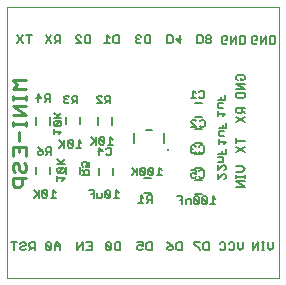
<source format=gbo>
G75*
%MOIN*%
%OFA0B0*%
%FSLAX25Y25*%
%IPPOS*%
%LPD*%
%AMOC8*
5,1,8,0,0,1.08239X$1,22.5*
%
%ADD10C,0.00000*%
%ADD11C,0.01100*%
%ADD12C,0.00500*%
%ADD13C,0.00600*%
%ADD14C,0.00800*%
%ADD15C,0.01000*%
D10*
X0007600Y0009100D02*
X0098301Y0009100D01*
X0098301Y0099561D01*
X0007600Y0099561D01*
X0007600Y0009100D01*
D11*
X0010297Y0039390D02*
X0011798Y0039390D01*
X0012549Y0040141D01*
X0012549Y0042393D01*
X0014050Y0042393D02*
X0009546Y0042393D01*
X0009546Y0040141D01*
X0010297Y0039390D01*
X0010297Y0044547D02*
X0009546Y0045297D01*
X0009546Y0046799D01*
X0010297Y0047549D01*
X0011047Y0047549D01*
X0011798Y0046799D01*
X0011798Y0045297D01*
X0012549Y0044547D01*
X0013299Y0044547D01*
X0014050Y0045297D01*
X0014050Y0046799D01*
X0013299Y0047549D01*
X0014050Y0049703D02*
X0014050Y0052706D01*
X0009546Y0052706D01*
X0009546Y0049703D01*
X0011798Y0051204D02*
X0011798Y0052706D01*
X0011798Y0054859D02*
X0011798Y0057862D01*
X0009546Y0059798D02*
X0009546Y0061300D01*
X0009546Y0060549D02*
X0014050Y0060549D01*
X0014050Y0061300D02*
X0014050Y0059798D01*
X0014050Y0063453D02*
X0009546Y0063453D01*
X0009546Y0066456D02*
X0014050Y0063453D01*
X0014050Y0066456D02*
X0009546Y0066456D01*
X0009546Y0068392D02*
X0009546Y0069894D01*
X0009546Y0069143D02*
X0014050Y0069143D01*
X0014050Y0069894D02*
X0014050Y0068392D01*
X0014050Y0072047D02*
X0009546Y0072047D01*
X0011047Y0073549D01*
X0009546Y0075050D01*
X0014050Y0075050D01*
D12*
X0017837Y0070402D02*
X0019088Y0069151D01*
X0017420Y0069151D01*
X0017837Y0067900D02*
X0017837Y0070402D01*
X0020182Y0069985D02*
X0020182Y0069151D01*
X0020599Y0068734D01*
X0021850Y0068734D01*
X0021850Y0067900D02*
X0021850Y0070402D01*
X0020599Y0070402D01*
X0020182Y0069985D01*
X0021016Y0068734D02*
X0020182Y0067900D01*
X0023250Y0064256D02*
X0024501Y0063005D01*
X0024084Y0062588D02*
X0025752Y0064256D01*
X0025752Y0062588D02*
X0023250Y0062588D01*
X0023667Y0061493D02*
X0023250Y0061076D01*
X0023250Y0060242D01*
X0023667Y0059825D01*
X0025335Y0061493D01*
X0023667Y0061493D01*
X0025335Y0061493D02*
X0025752Y0061076D01*
X0025752Y0060242D01*
X0025335Y0059825D01*
X0023667Y0059825D01*
X0023250Y0058731D02*
X0023250Y0057063D01*
X0023250Y0057897D02*
X0025752Y0057897D01*
X0024918Y0057063D01*
X0025157Y0055152D02*
X0026825Y0053484D01*
X0026408Y0053901D02*
X0025157Y0052650D01*
X0026825Y0052650D02*
X0026825Y0055152D01*
X0027920Y0054735D02*
X0029588Y0053067D01*
X0029171Y0052650D01*
X0028337Y0052650D01*
X0027920Y0053067D01*
X0027920Y0054735D01*
X0028337Y0055152D01*
X0029171Y0055152D01*
X0029588Y0054735D01*
X0029588Y0053067D01*
X0030682Y0052650D02*
X0032350Y0052650D01*
X0031516Y0052650D02*
X0031516Y0055152D01*
X0032350Y0054318D01*
X0035657Y0053650D02*
X0036908Y0054901D01*
X0037325Y0054484D02*
X0035657Y0056152D01*
X0037325Y0056152D02*
X0037325Y0053650D01*
X0038420Y0054067D02*
X0038837Y0053650D01*
X0039671Y0053650D01*
X0040088Y0054067D01*
X0038420Y0055735D01*
X0038420Y0054067D01*
X0040088Y0054067D02*
X0040088Y0055735D01*
X0039671Y0056152D01*
X0038837Y0056152D01*
X0038420Y0055735D01*
X0041182Y0053650D02*
X0042850Y0053650D01*
X0042016Y0053650D02*
X0042016Y0056152D01*
X0042850Y0055318D01*
X0041933Y0052602D02*
X0041099Y0052602D01*
X0040682Y0052185D01*
X0041933Y0052602D02*
X0042350Y0052185D01*
X0042350Y0050517D01*
X0041933Y0050100D01*
X0041099Y0050100D01*
X0040682Y0050517D01*
X0039588Y0051351D02*
X0037920Y0051351D01*
X0038337Y0050100D02*
X0038337Y0052602D01*
X0039588Y0051351D01*
X0035102Y0047980D02*
X0035102Y0046312D01*
X0033851Y0046312D01*
X0034268Y0047146D01*
X0034268Y0047563D01*
X0033851Y0047980D01*
X0033017Y0047980D01*
X0032600Y0047563D01*
X0032600Y0046729D01*
X0033017Y0046312D01*
X0032600Y0045218D02*
X0033434Y0044384D01*
X0033434Y0044801D02*
X0033434Y0043550D01*
X0032600Y0043550D02*
X0035102Y0043550D01*
X0035102Y0044801D01*
X0034685Y0045218D01*
X0033851Y0045218D01*
X0033434Y0044801D01*
X0026852Y0044729D02*
X0026852Y0045563D01*
X0026435Y0045980D01*
X0024767Y0044312D01*
X0024350Y0044729D01*
X0024350Y0045563D01*
X0024767Y0045980D01*
X0026435Y0045980D01*
X0026852Y0047075D02*
X0024350Y0047075D01*
X0025184Y0047075D02*
X0026852Y0048743D01*
X0025601Y0047492D02*
X0024350Y0048743D01*
X0022275Y0050200D02*
X0022275Y0052702D01*
X0021024Y0052702D01*
X0020607Y0052285D01*
X0020607Y0051451D01*
X0021024Y0051034D01*
X0022275Y0051034D01*
X0021441Y0051034D02*
X0020607Y0050200D01*
X0019512Y0050617D02*
X0019095Y0050200D01*
X0018261Y0050200D01*
X0017844Y0050617D01*
X0017844Y0051034D01*
X0018261Y0051451D01*
X0019512Y0051451D01*
X0019512Y0050617D01*
X0019512Y0051451D02*
X0018678Y0052285D01*
X0017844Y0052702D01*
X0024767Y0044312D02*
X0026435Y0044312D01*
X0026852Y0044729D01*
X0026852Y0042384D02*
X0024350Y0042384D01*
X0024350Y0041550D02*
X0024350Y0043218D01*
X0026018Y0041550D02*
X0026852Y0042384D01*
X0023003Y0038452D02*
X0023837Y0037618D01*
X0023003Y0038452D02*
X0023003Y0035950D01*
X0023837Y0035950D02*
X0022169Y0035950D01*
X0021075Y0036367D02*
X0019407Y0038035D01*
X0019407Y0036367D01*
X0019824Y0035950D01*
X0020658Y0035950D01*
X0021075Y0036367D01*
X0021075Y0038035D01*
X0020658Y0038452D01*
X0019824Y0038452D01*
X0019407Y0038035D01*
X0018312Y0038452D02*
X0018312Y0035950D01*
X0018312Y0036784D02*
X0016644Y0038452D01*
X0017895Y0037201D02*
X0016644Y0035950D01*
X0016850Y0021052D02*
X0015499Y0021052D01*
X0015048Y0020602D01*
X0015048Y0019701D01*
X0015499Y0019251D01*
X0016850Y0019251D01*
X0015949Y0019251D02*
X0015048Y0018350D01*
X0013903Y0018800D02*
X0013453Y0018350D01*
X0012552Y0018350D01*
X0012102Y0018800D01*
X0012102Y0019251D01*
X0012552Y0019701D01*
X0013453Y0019701D01*
X0013903Y0020152D01*
X0013903Y0020602D01*
X0013453Y0021052D01*
X0012552Y0021052D01*
X0012102Y0020602D01*
X0010957Y0021052D02*
X0009155Y0021052D01*
X0010056Y0021052D02*
X0010056Y0018350D01*
X0016850Y0018350D02*
X0016850Y0021052D01*
X0020602Y0020602D02*
X0020602Y0018800D01*
X0021052Y0018350D01*
X0021953Y0018350D01*
X0022403Y0018800D01*
X0020602Y0020602D01*
X0021052Y0021052D01*
X0021953Y0021052D01*
X0022403Y0020602D01*
X0022403Y0018800D01*
X0023548Y0018350D02*
X0023548Y0020152D01*
X0024449Y0021052D01*
X0025350Y0020152D01*
X0025350Y0018350D01*
X0025350Y0019701D02*
X0023548Y0019701D01*
X0031102Y0018350D02*
X0031102Y0021052D01*
X0032903Y0021052D02*
X0031102Y0018350D01*
X0032903Y0018350D02*
X0032903Y0021052D01*
X0034048Y0021052D02*
X0035850Y0021052D01*
X0035850Y0018350D01*
X0034048Y0018350D01*
X0034949Y0019701D02*
X0035850Y0019701D01*
X0040602Y0018800D02*
X0041052Y0018350D01*
X0041953Y0018350D01*
X0042403Y0018800D01*
X0040602Y0020602D01*
X0040602Y0018800D01*
X0040602Y0020602D02*
X0041052Y0021052D01*
X0041953Y0021052D01*
X0042403Y0020602D01*
X0042403Y0018800D01*
X0043548Y0018800D02*
X0043999Y0018350D01*
X0045350Y0018350D01*
X0045350Y0021052D01*
X0043999Y0021052D01*
X0043548Y0020602D01*
X0043548Y0018800D01*
X0051102Y0018800D02*
X0051552Y0018350D01*
X0052453Y0018350D01*
X0052903Y0018800D01*
X0052903Y0019701D02*
X0052003Y0020152D01*
X0051552Y0020152D01*
X0051102Y0019701D01*
X0051102Y0018800D01*
X0052903Y0019701D02*
X0052903Y0021052D01*
X0051102Y0021052D01*
X0054048Y0020602D02*
X0054048Y0018800D01*
X0054499Y0018350D01*
X0055850Y0018350D01*
X0055850Y0021052D01*
X0054499Y0021052D01*
X0054048Y0020602D01*
X0061102Y0021052D02*
X0062003Y0020602D01*
X0062903Y0019701D01*
X0061552Y0019701D01*
X0061102Y0019251D01*
X0061102Y0018800D01*
X0061552Y0018350D01*
X0062453Y0018350D01*
X0062903Y0018800D01*
X0062903Y0019701D01*
X0064048Y0018800D02*
X0064048Y0020602D01*
X0064499Y0021052D01*
X0065850Y0021052D01*
X0065850Y0018350D01*
X0064499Y0018350D01*
X0064048Y0018800D01*
X0070102Y0020602D02*
X0071903Y0018800D01*
X0071903Y0018350D01*
X0073048Y0018800D02*
X0073048Y0020602D01*
X0073499Y0021052D01*
X0074850Y0021052D01*
X0074850Y0018350D01*
X0073499Y0018350D01*
X0073048Y0018800D01*
X0071903Y0021052D02*
X0070102Y0021052D01*
X0070102Y0020602D01*
X0078655Y0020602D02*
X0079106Y0021052D01*
X0080007Y0021052D01*
X0080457Y0020602D01*
X0080457Y0018800D01*
X0080007Y0018350D01*
X0079106Y0018350D01*
X0078655Y0018800D01*
X0081602Y0018800D02*
X0082052Y0018350D01*
X0082953Y0018350D01*
X0083403Y0018800D01*
X0083403Y0020602D01*
X0082953Y0021052D01*
X0082052Y0021052D01*
X0081602Y0020602D01*
X0084548Y0021052D02*
X0084548Y0019251D01*
X0085449Y0018350D01*
X0086350Y0019251D01*
X0086350Y0021052D01*
X0089638Y0021052D02*
X0089638Y0018350D01*
X0091439Y0021052D01*
X0091439Y0018350D01*
X0092503Y0018350D02*
X0093403Y0018350D01*
X0092953Y0018350D02*
X0092953Y0021052D01*
X0093403Y0021052D02*
X0092503Y0021052D01*
X0094548Y0021052D02*
X0094548Y0019251D01*
X0095449Y0018350D01*
X0096350Y0019251D01*
X0096350Y0021052D01*
X0086850Y0039638D02*
X0084148Y0039638D01*
X0084148Y0041439D02*
X0086850Y0039638D01*
X0086850Y0041439D02*
X0084148Y0041439D01*
X0084148Y0042503D02*
X0084148Y0043403D01*
X0084148Y0042953D02*
X0086850Y0042953D01*
X0086850Y0043403D02*
X0086850Y0042503D01*
X0085949Y0044548D02*
X0084148Y0044548D01*
X0085949Y0044548D02*
X0086850Y0045449D01*
X0085949Y0046350D01*
X0084148Y0046350D01*
X0080552Y0046263D02*
X0080552Y0045429D01*
X0080135Y0045012D01*
X0080135Y0043918D02*
X0080552Y0043501D01*
X0080552Y0042667D01*
X0080135Y0042250D01*
X0080135Y0043918D02*
X0079718Y0043918D01*
X0078050Y0042250D01*
X0078050Y0043918D01*
X0078050Y0045012D02*
X0079718Y0046680D01*
X0080135Y0046680D01*
X0080552Y0046263D01*
X0079718Y0047775D02*
X0079718Y0049026D01*
X0079301Y0049443D01*
X0078050Y0049443D01*
X0078050Y0050537D02*
X0080552Y0050537D01*
X0080552Y0052205D01*
X0079301Y0051371D02*
X0079301Y0050537D01*
X0079918Y0053750D02*
X0080752Y0054584D01*
X0078250Y0054584D01*
X0078250Y0053750D02*
X0078250Y0055418D01*
X0078667Y0056512D02*
X0078250Y0056929D01*
X0078250Y0058180D01*
X0079918Y0058180D01*
X0079501Y0059275D02*
X0079501Y0060109D01*
X0080752Y0059275D02*
X0080752Y0060943D01*
X0080752Y0059275D02*
X0078250Y0059275D01*
X0078667Y0056512D02*
X0079918Y0056512D01*
X0084148Y0055850D02*
X0084148Y0054048D01*
X0084148Y0054949D02*
X0086850Y0054949D01*
X0086850Y0052903D02*
X0084148Y0051102D01*
X0084148Y0052903D02*
X0086850Y0051102D01*
X0079718Y0047775D02*
X0078050Y0047775D01*
X0078050Y0046680D02*
X0078050Y0045012D01*
X0073350Y0044685D02*
X0073350Y0043017D01*
X0072933Y0042600D01*
X0072099Y0042600D01*
X0071682Y0043017D01*
X0070588Y0043017D02*
X0070171Y0042600D01*
X0069337Y0042600D01*
X0068920Y0043017D01*
X0068920Y0043851D01*
X0069337Y0044268D01*
X0069754Y0044268D01*
X0070588Y0043851D01*
X0070588Y0045102D01*
X0068920Y0045102D01*
X0071682Y0044685D02*
X0072099Y0045102D01*
X0072933Y0045102D01*
X0073350Y0044685D01*
X0072858Y0050900D02*
X0072024Y0050900D01*
X0071607Y0051317D01*
X0070512Y0051317D02*
X0070095Y0050900D01*
X0069261Y0050900D01*
X0068844Y0051317D01*
X0068844Y0051734D01*
X0069261Y0052151D01*
X0069678Y0052151D01*
X0069261Y0052151D02*
X0068844Y0052568D01*
X0068844Y0052985D01*
X0069261Y0053402D01*
X0070095Y0053402D01*
X0070512Y0052985D01*
X0071607Y0052985D02*
X0072024Y0053402D01*
X0072858Y0053402D01*
X0073275Y0052985D01*
X0073275Y0051317D01*
X0072858Y0050900D01*
X0073158Y0059400D02*
X0072324Y0059400D01*
X0071907Y0059817D01*
X0073158Y0059400D02*
X0073575Y0059817D01*
X0073575Y0061485D01*
X0073158Y0061902D01*
X0072324Y0061902D01*
X0071907Y0061485D01*
X0070812Y0061485D02*
X0070395Y0061902D01*
X0069561Y0061902D01*
X0069144Y0061485D01*
X0069144Y0061068D01*
X0070812Y0059400D01*
X0069144Y0059400D01*
X0077850Y0063050D02*
X0077850Y0064718D01*
X0077850Y0063884D02*
X0080352Y0063884D01*
X0079518Y0063050D01*
X0079518Y0065812D02*
X0078267Y0065812D01*
X0077850Y0066229D01*
X0077850Y0067480D01*
X0079518Y0067480D01*
X0079101Y0068575D02*
X0079101Y0069409D01*
X0077850Y0068575D02*
X0080352Y0068575D01*
X0080352Y0070243D01*
X0084148Y0069606D02*
X0084148Y0070957D01*
X0086850Y0070957D01*
X0086850Y0069606D01*
X0086400Y0069155D01*
X0084598Y0069155D01*
X0084148Y0069606D01*
X0084148Y0072102D02*
X0086850Y0072102D01*
X0084148Y0073903D01*
X0086850Y0073903D01*
X0086400Y0075048D02*
X0085499Y0075048D01*
X0085499Y0075949D01*
X0086400Y0075048D02*
X0086850Y0075499D01*
X0086850Y0076400D01*
X0086400Y0076850D01*
X0084598Y0076850D01*
X0084148Y0076400D01*
X0084148Y0075499D01*
X0084598Y0075048D01*
X0084148Y0065850D02*
X0084148Y0064499D01*
X0084598Y0064048D01*
X0085499Y0064048D01*
X0085949Y0064499D01*
X0085949Y0065850D01*
X0085949Y0064949D02*
X0086850Y0064048D01*
X0086850Y0062903D02*
X0084148Y0061102D01*
X0084148Y0062903D02*
X0086850Y0061102D01*
X0086850Y0065850D02*
X0084148Y0065850D01*
X0073275Y0069517D02*
X0072858Y0069100D01*
X0072024Y0069100D01*
X0071607Y0069517D01*
X0070512Y0069100D02*
X0068844Y0069100D01*
X0069678Y0069100D02*
X0069678Y0071602D01*
X0070512Y0070768D01*
X0071607Y0071185D02*
X0072024Y0071602D01*
X0072858Y0071602D01*
X0073275Y0071185D01*
X0073275Y0069517D01*
X0072401Y0087348D02*
X0071050Y0087348D01*
X0071050Y0090050D01*
X0072401Y0090050D01*
X0072852Y0089600D01*
X0072852Y0087798D01*
X0072401Y0087348D01*
X0073997Y0087798D02*
X0074447Y0087348D01*
X0075348Y0087348D01*
X0075798Y0087798D01*
X0075798Y0088248D01*
X0075348Y0088699D01*
X0074447Y0088699D01*
X0073997Y0088248D01*
X0073997Y0087798D01*
X0074447Y0088699D02*
X0073997Y0089149D01*
X0073997Y0089600D01*
X0074447Y0090050D01*
X0075348Y0090050D01*
X0075798Y0089600D01*
X0075798Y0089149D01*
X0075348Y0088699D01*
X0079350Y0089400D02*
X0079350Y0087598D01*
X0079800Y0087148D01*
X0080701Y0087148D01*
X0081152Y0087598D01*
X0081152Y0088499D02*
X0080251Y0088499D01*
X0081152Y0088499D02*
X0081152Y0089400D01*
X0080701Y0089850D01*
X0079800Y0089850D01*
X0079350Y0089400D01*
X0082297Y0089850D02*
X0082297Y0087148D01*
X0084098Y0089850D01*
X0084098Y0087148D01*
X0085243Y0087148D02*
X0086594Y0087148D01*
X0087045Y0087598D01*
X0087045Y0089400D01*
X0086594Y0089850D01*
X0085243Y0089850D01*
X0085243Y0087148D01*
X0089350Y0087598D02*
X0089350Y0089400D01*
X0089800Y0089850D01*
X0090701Y0089850D01*
X0091152Y0089400D01*
X0091152Y0088499D01*
X0090251Y0088499D01*
X0091152Y0087598D02*
X0090701Y0087148D01*
X0089800Y0087148D01*
X0089350Y0087598D01*
X0092297Y0087148D02*
X0094098Y0089850D01*
X0094098Y0087148D01*
X0095243Y0087148D02*
X0096594Y0087148D01*
X0097045Y0087598D01*
X0097045Y0089400D01*
X0096594Y0089850D01*
X0095243Y0089850D01*
X0095243Y0087148D01*
X0092297Y0087148D02*
X0092297Y0089850D01*
X0065798Y0088699D02*
X0063997Y0088699D01*
X0065348Y0087348D01*
X0065348Y0090050D01*
X0062852Y0089600D02*
X0062852Y0087798D01*
X0062401Y0087348D01*
X0061050Y0087348D01*
X0061050Y0090050D01*
X0062401Y0090050D01*
X0062852Y0089600D01*
X0055350Y0090052D02*
X0055350Y0087350D01*
X0053999Y0087350D01*
X0053548Y0087800D01*
X0053548Y0089602D01*
X0053999Y0090052D01*
X0055350Y0090052D01*
X0052403Y0089602D02*
X0051953Y0090052D01*
X0051052Y0090052D01*
X0050602Y0089602D01*
X0050602Y0089152D01*
X0051052Y0088701D01*
X0050602Y0088251D01*
X0050602Y0087800D01*
X0051052Y0087350D01*
X0051953Y0087350D01*
X0052403Y0087800D01*
X0051503Y0088701D02*
X0051052Y0088701D01*
X0044850Y0087350D02*
X0043499Y0087350D01*
X0043048Y0087800D01*
X0043048Y0089602D01*
X0043499Y0090052D01*
X0044850Y0090052D01*
X0044850Y0087350D01*
X0041903Y0087350D02*
X0040102Y0087350D01*
X0041003Y0087350D02*
X0041003Y0090052D01*
X0041903Y0089152D01*
X0035350Y0090052D02*
X0035350Y0087350D01*
X0033999Y0087350D01*
X0033548Y0087800D01*
X0033548Y0089602D01*
X0033999Y0090052D01*
X0035350Y0090052D01*
X0032403Y0089602D02*
X0031953Y0090052D01*
X0031052Y0090052D01*
X0030602Y0089602D01*
X0030602Y0089152D01*
X0032403Y0087350D01*
X0030602Y0087350D01*
X0025350Y0087350D02*
X0025350Y0090052D01*
X0023999Y0090052D01*
X0023548Y0089602D01*
X0023548Y0088701D01*
X0023999Y0088251D01*
X0025350Y0088251D01*
X0024449Y0088251D02*
X0023548Y0087350D01*
X0022403Y0087350D02*
X0020602Y0090052D01*
X0022403Y0090052D02*
X0020602Y0087350D01*
X0015850Y0090052D02*
X0014048Y0090052D01*
X0014949Y0090052D02*
X0014949Y0087350D01*
X0012903Y0087350D02*
X0011102Y0090052D01*
X0012903Y0090052D02*
X0011102Y0087350D01*
X0027137Y0070002D02*
X0026720Y0069585D01*
X0026720Y0069168D01*
X0027137Y0068751D01*
X0026720Y0068334D01*
X0026720Y0067917D01*
X0027137Y0067500D01*
X0027971Y0067500D01*
X0028388Y0067917D01*
X0029482Y0067500D02*
X0030316Y0068334D01*
X0029899Y0068334D02*
X0031150Y0068334D01*
X0031150Y0067500D02*
X0031150Y0070002D01*
X0029899Y0070002D01*
X0029482Y0069585D01*
X0029482Y0068751D01*
X0029899Y0068334D01*
X0028388Y0069585D02*
X0027971Y0070002D01*
X0027137Y0070002D01*
X0027137Y0068751D02*
X0027554Y0068751D01*
X0037620Y0069168D02*
X0037620Y0069585D01*
X0038037Y0070002D01*
X0038871Y0070002D01*
X0039288Y0069585D01*
X0040382Y0069585D02*
X0040382Y0068751D01*
X0040799Y0068334D01*
X0042050Y0068334D01*
X0042050Y0067500D02*
X0042050Y0070002D01*
X0040799Y0070002D01*
X0040382Y0069585D01*
X0041216Y0068334D02*
X0040382Y0067500D01*
X0039288Y0067500D02*
X0037620Y0069168D01*
X0037620Y0067500D02*
X0039288Y0067500D01*
X0049244Y0045952D02*
X0050912Y0044284D01*
X0050495Y0044701D02*
X0049244Y0043450D01*
X0050912Y0043450D02*
X0050912Y0045952D01*
X0052007Y0045535D02*
X0053675Y0043867D01*
X0053258Y0043450D01*
X0052424Y0043450D01*
X0052007Y0043867D01*
X0052007Y0045535D01*
X0052424Y0045952D01*
X0053258Y0045952D01*
X0053675Y0045535D01*
X0053675Y0043867D01*
X0054769Y0043867D02*
X0055186Y0043450D01*
X0056020Y0043450D01*
X0056437Y0043867D01*
X0054769Y0045535D01*
X0054769Y0043867D01*
X0056437Y0043867D02*
X0056437Y0045535D01*
X0056020Y0045952D01*
X0055186Y0045952D01*
X0054769Y0045535D01*
X0057531Y0043450D02*
X0059199Y0043450D01*
X0058365Y0043450D02*
X0058365Y0045952D01*
X0059199Y0045118D01*
X0055875Y0036702D02*
X0054624Y0036702D01*
X0054207Y0036285D01*
X0054207Y0035451D01*
X0054624Y0035034D01*
X0055875Y0035034D01*
X0055875Y0034200D02*
X0055875Y0036702D01*
X0055041Y0035034D02*
X0054207Y0034200D01*
X0053112Y0034200D02*
X0051444Y0034200D01*
X0052278Y0034200D02*
X0052278Y0036702D01*
X0053112Y0035868D01*
X0044899Y0035850D02*
X0043231Y0035850D01*
X0044065Y0035850D02*
X0044065Y0038352D01*
X0044899Y0037518D01*
X0042137Y0037935D02*
X0042137Y0036267D01*
X0040469Y0037935D01*
X0040469Y0036267D01*
X0040886Y0035850D01*
X0041720Y0035850D01*
X0042137Y0036267D01*
X0042137Y0037935D02*
X0041720Y0038352D01*
X0040886Y0038352D01*
X0040469Y0037935D01*
X0039375Y0037518D02*
X0039375Y0036267D01*
X0038958Y0035850D01*
X0037707Y0035850D01*
X0037707Y0037518D01*
X0036612Y0037101D02*
X0035778Y0037101D01*
X0036612Y0038352D02*
X0034944Y0038352D01*
X0036612Y0038352D02*
X0036612Y0035850D01*
X0064444Y0036352D02*
X0066112Y0036352D01*
X0066112Y0033850D01*
X0067207Y0033850D02*
X0067207Y0035101D01*
X0067624Y0035518D01*
X0068875Y0035518D01*
X0068875Y0033850D01*
X0069969Y0034267D02*
X0070386Y0033850D01*
X0071220Y0033850D01*
X0071637Y0034267D01*
X0069969Y0035935D01*
X0069969Y0034267D01*
X0071637Y0034267D02*
X0071637Y0035935D01*
X0071220Y0036352D01*
X0070386Y0036352D01*
X0069969Y0035935D01*
X0072731Y0035935D02*
X0072731Y0034267D01*
X0073148Y0033850D01*
X0073982Y0033850D01*
X0074399Y0034267D01*
X0072731Y0035935D01*
X0073148Y0036352D01*
X0073982Y0036352D01*
X0074399Y0035935D01*
X0074399Y0034267D01*
X0075494Y0033850D02*
X0077162Y0033850D01*
X0076328Y0033850D02*
X0076328Y0036352D01*
X0077162Y0035518D01*
X0066112Y0035101D02*
X0065278Y0035101D01*
D13*
X0070419Y0037238D02*
X0072781Y0037238D01*
X0072781Y0041962D02*
X0070419Y0041962D01*
X0070319Y0045938D02*
X0072681Y0045938D01*
X0072681Y0050662D02*
X0070319Y0050662D01*
X0070419Y0054238D02*
X0072781Y0054238D01*
X0072781Y0058962D02*
X0070419Y0058962D01*
X0070319Y0062738D02*
X0072681Y0062738D01*
X0072681Y0067462D02*
X0070319Y0067462D01*
X0055781Y0042362D02*
X0053419Y0042362D01*
X0053419Y0037638D02*
X0055781Y0037638D01*
X0042962Y0043419D02*
X0042962Y0045781D01*
X0038238Y0045781D02*
X0038238Y0043419D01*
X0031962Y0043919D02*
X0031962Y0046281D01*
X0027238Y0046281D02*
X0027238Y0043919D01*
X0021962Y0043919D02*
X0021962Y0046281D01*
X0017238Y0046281D02*
X0017238Y0043919D01*
X0017338Y0060319D02*
X0017338Y0062681D01*
X0022062Y0062681D02*
X0022062Y0060319D01*
X0027238Y0060419D02*
X0027238Y0062781D01*
X0031962Y0062781D02*
X0031962Y0060419D01*
X0037938Y0060319D02*
X0037938Y0062681D01*
X0042662Y0062681D02*
X0042662Y0060319D01*
D14*
X0049900Y0057491D02*
X0049900Y0054109D01*
X0053843Y0058591D02*
X0055957Y0058591D01*
X0059900Y0057491D02*
X0059900Y0054109D01*
D15*
X0061200Y0051800D03*
M02*

</source>
